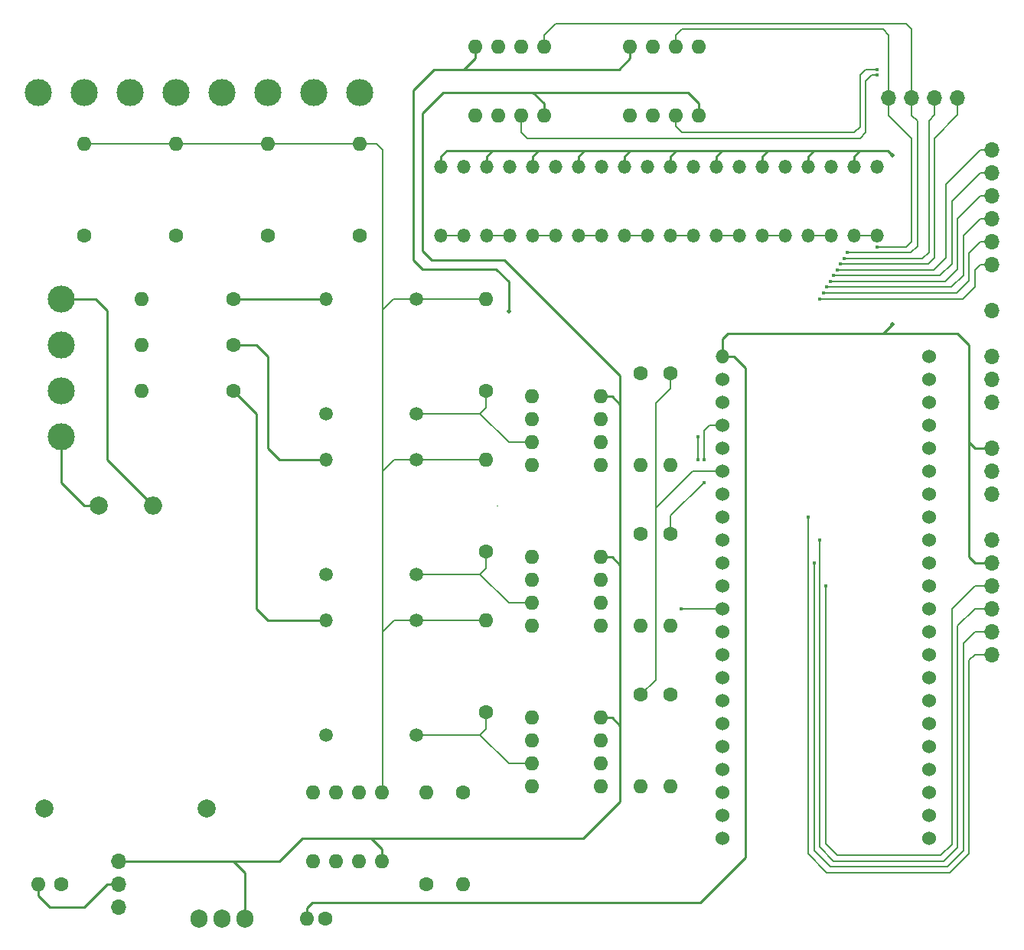
<source format=gbr>
%TF.GenerationSoftware,KiCad,Pcbnew,7.0.10*%
%TF.CreationDate,2024-05-04T07:59:40-03:00*%
%TF.ProjectId,board,626f6172-642e-46b6-9963-61645f706362,1.4*%
%TF.SameCoordinates,Original*%
%TF.FileFunction,Copper,L2,Bot*%
%TF.FilePolarity,Positive*%
%FSLAX46Y46*%
G04 Gerber Fmt 4.6, Leading zero omitted, Abs format (unit mm)*
G04 Created by KiCad (PCBNEW 7.0.10) date 2024-05-04 07:59:40*
%MOMM*%
%LPD*%
G01*
G04 APERTURE LIST*
%TA.AperFunction,ComponentPad*%
%ADD10O,1.500000X1.500000*%
%TD*%
%TA.AperFunction,ComponentPad*%
%ADD11C,1.600000*%
%TD*%
%TA.AperFunction,ComponentPad*%
%ADD12O,1.600000X1.600000*%
%TD*%
%TA.AperFunction,ComponentPad*%
%ADD13O,1.700000X1.700000*%
%TD*%
%TA.AperFunction,ComponentPad*%
%ADD14O,2.000000X2.000000*%
%TD*%
%TA.AperFunction,ComponentPad*%
%ADD15C,2.000000*%
%TD*%
%TA.AperFunction,ComponentPad*%
%ADD16O,1.530000X1.530000*%
%TD*%
%TA.AperFunction,ComponentPad*%
%ADD17C,1.530000*%
%TD*%
%TA.AperFunction,ComponentPad*%
%ADD18O,3.000000X3.000000*%
%TD*%
%TA.AperFunction,ComponentPad*%
%ADD19C,3.000000*%
%TD*%
%TA.AperFunction,ComponentPad*%
%ADD20O,1.508000X1.508000*%
%TD*%
%TA.AperFunction,ComponentPad*%
%ADD21C,1.508000*%
%TD*%
%TA.AperFunction,ComponentPad*%
%ADD22O,1.905000X2.000000*%
%TD*%
%TA.AperFunction,ViaPad*%
%ADD23C,0.400000*%
%TD*%
%TA.AperFunction,ViaPad*%
%ADD24C,0.500000*%
%TD*%
%TA.AperFunction,Conductor*%
%ADD25C,0.250000*%
%TD*%
%TA.AperFunction,Conductor*%
%ADD26C,0.200000*%
%TD*%
G04 APERTURE END LIST*
D10*
%TO.P,DZ17,1,K*%
%TO.N,GND*%
X149352000Y-52695000D03*
%TO.P,DZ17,2,A*%
%TO.N,Treated Wave B*%
X149352000Y-60315000D03*
%TD*%
%TO.P,DZ14,1,K*%
%TO.N,Treated Wave CA*%
X156972000Y-60320000D03*
%TO.P,DZ14,2,A*%
%TO.N,Vcc*%
X156972000Y-52700000D03*
%TD*%
D11*
%TO.P,R9,1*%
%TO.N,Treated Wave A*%
X163830000Y-75565000D03*
D12*
%TO.P,R9,2*%
%TO.N,Net-(U2B-+)*%
X163830000Y-85725000D03*
%TD*%
D10*
%TO.P,DZ2,1,K*%
%TO.N,Current A*%
X187452000Y-60320000D03*
%TO.P,DZ2,2,A*%
%TO.N,Vcc*%
X187452000Y-52700000D03*
%TD*%
D13*
%TO.P,SW2,1,A*%
%TO.N,Vcc*%
X202692000Y-83820000D03*
%TO.P,SW2,2,B*%
%TO.N,System Type*%
X202692000Y-86360000D03*
%TO.P,SW2,3,C*%
%TO.N,GND*%
X202692000Y-88900000D03*
%TD*%
D11*
%TO.P,R7,1*%
%TO.N,Wave B*%
X146685000Y-95250000D03*
D12*
%TO.P,R7,2*%
%TO.N,TC A-2*%
X146685000Y-85090000D03*
%TD*%
%TO.P,U4,1*%
%TO.N,Treated Wave C*%
X151775000Y-113675000D03*
%TO.P,U4,2,-*%
X151775000Y-116215000D03*
%TO.P,U4,3,+*%
%TO.N,Wave C*%
X151775000Y-118755000D03*
%TO.P,U4,4,V-*%
%TO.N,GND*%
X151775000Y-121295000D03*
%TO.P,U4,5,+*%
%TO.N,Net-(U4B-+)*%
X159395000Y-121295000D03*
%TO.P,U4,6,-*%
%TO.N,Treated Wave BC*%
X159395000Y-118755000D03*
%TO.P,U4,7*%
X159395000Y-116215000D03*
%TO.P,U4,8,V+*%
%TO.N,Vin*%
X159395000Y-113675000D03*
%TD*%
D14*
%TO.P,PS1,1,AC/L*%
%TO.N,Line A*%
X109855000Y-90170000D03*
D15*
%TO.P,PS1,2,AC/N*%
%TO.N,Neutral*%
X103855000Y-90170000D03*
%TO.P,PS1,3,-Vout*%
%TO.N,GND*%
X115855000Y-123770000D03*
%TO.P,PS1,4,+Vout*%
%TO.N,Power*%
X97855000Y-123770000D03*
%TD*%
D11*
%TO.P,R15,1*%
%TO.N,TC B-1*%
X122555000Y-60325000D03*
D12*
%TO.P,R15,2*%
%TO.N,TC A-2*%
X122555000Y-50165000D03*
%TD*%
D11*
%TO.P,R16,1*%
%TO.N,TC C-1*%
X112395000Y-60325000D03*
D12*
%TO.P,R16,2*%
%TO.N,TC A-2*%
X112395000Y-50165000D03*
%TD*%
D16*
%TO.P,MCU1,J1_1,3V3*%
%TO.N,Vcc*%
X172847000Y-73660000D03*
D17*
%TO.P,MCU1,J1_2,3V3__1*%
%TO.N,unconnected-(MCU1-3V3__1-PadJ1_2)*%
X172847000Y-76200000D03*
%TO.P,MCU1,J1_3,RST*%
%TO.N,unconnected-(MCU1-RST-PadJ1_3)*%
X172847000Y-78740000D03*
%TO.P,MCU1,J1_4,GPIO4*%
%TO.N,Treated Wave A*%
X172847000Y-81280000D03*
%TO.P,MCU1,J1_5,GPIO5*%
%TO.N,Treated Wave B*%
X172847000Y-83820000D03*
%TO.P,MCU1,J1_6,GPIO6*%
%TO.N,Treated Wave C*%
X172847000Y-86360000D03*
%TO.P,MCU1,J1_7,GPIO7*%
%TO.N,Treated Wave CA*%
X172847000Y-88900000D03*
%TO.P,MCU1,J1_8,GPIO15*%
%TO.N,CS*%
X172847000Y-91440000D03*
%TO.P,MCU1,J1_9,GPIO16*%
%TO.N,MOSI*%
X172847000Y-93980000D03*
%TO.P,MCU1,J1_10,GPIO17*%
%TO.N,SCK*%
X172847000Y-96520000D03*
%TO.P,MCU1,J1_11,GPIO18*%
%TO.N,MISO*%
X172847000Y-99060000D03*
%TO.P,MCU1,J1_12,GPIO8*%
%TO.N,Treated Wave AB*%
X172847000Y-101600000D03*
%TO.P,MCU1,J1_13,GPIO3*%
%TO.N,unconnected-(MCU1-GPIO3-PadJ1_13)*%
X172847000Y-104140000D03*
%TO.P,MCU1,J1_14,GPIO46*%
%TO.N,unconnected-(MCU1-GPIO46-PadJ1_14)*%
X172847000Y-106680000D03*
%TO.P,MCU1,J1_15,GPIO9*%
%TO.N,Treated Wave BC*%
X172847000Y-109220000D03*
%TO.P,MCU1,J1_16,GPIO10*%
%TO.N,unconnected-(MCU1-GPIO10-PadJ1_16)*%
X172847000Y-111760000D03*
%TO.P,MCU1,J1_17,GPIO11*%
%TO.N,Current N*%
X172847000Y-114300000D03*
%TO.P,MCU1,J1_18,GPIO12*%
%TO.N,Current C*%
X172847000Y-116840000D03*
%TO.P,MCU1,J1_19,GPIO13*%
%TO.N,Current B*%
X172847000Y-119380000D03*
%TO.P,MCU1,J1_20,GPIO14*%
%TO.N,Current A*%
X172847000Y-121920000D03*
%TO.P,MCU1,J1_21,5V0*%
%TO.N,unconnected-(MCU1-5V0-PadJ1_21)*%
X172847000Y-124460000D03*
%TO.P,MCU1,J1_22,GND*%
%TO.N,GND*%
X172847000Y-127000000D03*
%TO.P,MCU1,J3_1,GND__1*%
X195707000Y-73660000D03*
%TO.P,MCU1,J3_2,U0TXD/GPIO43*%
%TO.N,UART TX*%
X195707000Y-76200000D03*
%TO.P,MCU1,J3_3,U0RXD/GPIO44*%
%TO.N,UART RX*%
X195707000Y-78740000D03*
%TO.P,MCU1,J3_4,GPIO1*%
%TO.N,System Type*%
X195707000Y-81280000D03*
%TO.P,MCU1,J3_5,GPIO2*%
%TO.N,unconnected-(MCU1-GPIO2-PadJ3_5)*%
X195707000Y-83820000D03*
%TO.P,MCU1,J3_6,MTMS/GPIO42*%
%TO.N,unconnected-(MCU1-MTMS{slash}GPIO42-PadJ3_6)*%
X195707000Y-86360000D03*
%TO.P,MCU1,J3_7,MTDI/GPIO41*%
%TO.N,unconnected-(MCU1-MTDI{slash}GPIO41-PadJ3_7)*%
X195707000Y-88900000D03*
%TO.P,MCU1,J3_8,MTDO/GPIO40*%
%TO.N,unconnected-(MCU1-MTDO{slash}GPIO40-PadJ3_8)*%
X195707000Y-91440000D03*
%TO.P,MCU1,J3_9,MTCK/GPIO39*%
%TO.N,unconnected-(MCU1-MTCK{slash}GPIO39-PadJ3_9)*%
X195707000Y-93980000D03*
%TO.P,MCU1,J3_10,GPIO38*%
%TO.N,unconnected-(MCU1-GPIO38-PadJ3_10)*%
X195707000Y-96520000D03*
%TO.P,MCU1,J3_11,GPIO37*%
%TO.N,unconnected-(MCU1-GPIO37-PadJ3_11)*%
X195707000Y-99060000D03*
%TO.P,MCU1,J3_12,GPIO36*%
%TO.N,unconnected-(MCU1-GPIO36-PadJ3_12)*%
X195707000Y-101600000D03*
%TO.P,MCU1,J3_13,GPIO35*%
%TO.N,unconnected-(MCU1-GPIO35-PadJ3_13)*%
X195707000Y-104140000D03*
%TO.P,MCU1,J3_14,GPIO0*%
%TO.N,unconnected-(MCU1-GPIO0-PadJ3_14)*%
X195707000Y-106680000D03*
%TO.P,MCU1,J3_15,GPIO45*%
%TO.N,unconnected-(MCU1-GPIO45-PadJ3_15)*%
X195707000Y-109220000D03*
%TO.P,MCU1,J3_16,GPIO48*%
%TO.N,unconnected-(MCU1-GPIO48-PadJ3_16)*%
X195707000Y-111760000D03*
%TO.P,MCU1,J3_17,GPIO47*%
%TO.N,unconnected-(MCU1-GPIO47-PadJ3_17)*%
X195707000Y-114300000D03*
%TO.P,MCU1,J3_18,GPIO21*%
%TO.N,unconnected-(MCU1-GPIO21-PadJ3_18)*%
X195707000Y-116840000D03*
%TO.P,MCU1,J3_19,USB_D+/GPIO20*%
%TO.N,unconnected-(MCU1-USB_D+{slash}GPIO20-PadJ3_19)*%
X195707000Y-119380000D03*
%TO.P,MCU1,J3_20,USB_D-/GPIO19*%
%TO.N,unconnected-(MCU1-USB_D-{slash}GPIO19-PadJ3_20)*%
X195707000Y-121920000D03*
%TO.P,MCU1,J3_21,GND__2*%
%TO.N,unconnected-(MCU1-GND__2-PadJ3_21)*%
X195707000Y-124460000D03*
%TO.P,MCU1,J3_22,GND__3*%
%TO.N,GND*%
X195707000Y-127000000D03*
%TD*%
D12*
%TO.P,U3,1*%
%TO.N,Treated Wave B*%
X151775000Y-95895000D03*
%TO.P,U3,2,-*%
X151775000Y-98435000D03*
%TO.P,U3,3,+*%
%TO.N,Wave B*%
X151775000Y-100975000D03*
%TO.P,U3,4,V-*%
%TO.N,GND*%
X151775000Y-103515000D03*
%TO.P,U3,5,+*%
%TO.N,Net-(U3B-+)*%
X159395000Y-103515000D03*
%TO.P,U3,6,-*%
%TO.N,Treated Wave AB*%
X159395000Y-100975000D03*
%TO.P,U3,7*%
X159395000Y-98435000D03*
%TO.P,U3,8,V+*%
%TO.N,Vin*%
X159395000Y-95895000D03*
%TD*%
D10*
%TO.P,DZ13,1,K*%
%TO.N,GND*%
X159512000Y-52695000D03*
%TO.P,DZ13,2,A*%
%TO.N,Treated Wave CA*%
X159512000Y-60315000D03*
%TD*%
D11*
%TO.P,R18,1*%
%TO.N,TC N-1*%
X102235000Y-60325000D03*
D12*
%TO.P,R18,2*%
%TO.N,TC A-2*%
X102235000Y-50165000D03*
%TD*%
D10*
%TO.P,DZ6,1,K*%
%TO.N,Current C*%
X177292000Y-60325000D03*
%TO.P,DZ6,2,A*%
%TO.N,Vcc*%
X177292000Y-52705000D03*
%TD*%
%TO.P,DZ18,1,K*%
%TO.N,Treated Wave B*%
X146812000Y-60325000D03*
%TO.P,DZ18,2,A*%
%TO.N,Vcc*%
X146812000Y-52705000D03*
%TD*%
%TO.P,DZ5,1,K*%
%TO.N,GND*%
X179832000Y-52695000D03*
%TO.P,DZ5,2,A*%
%TO.N,Current C*%
X179832000Y-60315000D03*
%TD*%
D18*
%TO.P,J6,1,Pin_1*%
%TO.N,TC A-2*%
X102235000Y-44450000D03*
D19*
%TO.P,J6,2,Pin_2*%
%TO.N,TC N-1*%
X97155000Y-44450000D03*
%TD*%
D13*
%TO.P,P1,1,Pin_1*%
%TO.N,UART RX*%
X202692000Y-78740000D03*
%TO.P,P1,2,Pin_2*%
%TO.N,UART TX*%
X202692000Y-76200000D03*
%TO.P,P1,3,Pin_3*%
%TO.N,GND*%
X202692000Y-73660000D03*
%TD*%
D11*
%TO.P,R1,1*%
%TO.N,Vcc*%
X140095000Y-132080000D03*
D12*
%TO.P,R1,2*%
%TO.N,Net-(U1A-+)*%
X140095000Y-121920000D03*
%TD*%
D20*
%TO.P,T1,1*%
%TO.N,Net-(R3-Pad1)*%
X128985000Y-67310000D03*
D21*
%TO.P,T1,2*%
%TO.N,Neutral*%
X128985000Y-80010000D03*
%TO.P,T1,3*%
%TO.N,Wave A*%
X138985000Y-80010000D03*
%TO.P,T1,4*%
%TO.N,TC A-2*%
X138985000Y-67310000D03*
%TD*%
D11*
%TO.P,R11,1*%
%TO.N,Treated Wave B*%
X163830000Y-93345000D03*
D12*
%TO.P,R11,2*%
%TO.N,Net-(U3B-+)*%
X163830000Y-103505000D03*
%TD*%
%TO.P,U1,1*%
%TO.N,TC A-2*%
X135245000Y-121930000D03*
%TO.P,U1,2,-*%
X132705000Y-121930000D03*
%TO.P,U1,3,+*%
%TO.N,Net-(U1A-+)*%
X130165000Y-121930000D03*
%TO.P,U1,4,V-*%
%TO.N,GND*%
X127625000Y-121930000D03*
%TO.P,U1,5*%
%TO.N,N/C*%
X127625000Y-129550000D03*
%TO.P,U1,6*%
X130165000Y-129550000D03*
%TO.P,U1,7*%
X132705000Y-129550000D03*
%TO.P,U1,8,V+*%
%TO.N,Vin*%
X135245000Y-129550000D03*
%TD*%
D10*
%TO.P,DZ11,1,K*%
%TO.N,GND*%
X164592000Y-52700000D03*
%TO.P,DZ11,2,A*%
%TO.N,Treated Wave AB*%
X164592000Y-60320000D03*
%TD*%
D13*
%TO.P,SW1,1,A*%
%TO.N,Vin*%
X106045000Y-129540000D03*
%TO.P,SW1,2,B*%
%TO.N,Power*%
X106045000Y-132080000D03*
%TO.P,SW1,3,C*%
%TO.N,unconnected-(SW1A-C-Pad3)*%
X106045000Y-134620000D03*
%TD*%
D11*
%TO.P,R13,1*%
%TO.N,Treated Wave C*%
X163830000Y-111125000D03*
D12*
%TO.P,R13,2*%
%TO.N,Net-(U4B-+)*%
X163830000Y-121285000D03*
%TD*%
D20*
%TO.P,T3,1*%
%TO.N,Net-(R5-Pad1)*%
X128985000Y-102870000D03*
D21*
%TO.P,T3,2*%
%TO.N,Neutral*%
X128985000Y-115570000D03*
%TO.P,T3,3*%
%TO.N,Wave C*%
X138985000Y-115570000D03*
%TO.P,T3,4*%
%TO.N,TC A-2*%
X138985000Y-102870000D03*
%TD*%
D11*
%TO.P,R6,1*%
%TO.N,Wave A*%
X146685000Y-77470000D03*
D12*
%TO.P,R6,2*%
%TO.N,TC A-2*%
X146685000Y-67310000D03*
%TD*%
D10*
%TO.P,DZ3,1,K*%
%TO.N,GND*%
X184912000Y-52700000D03*
%TO.P,DZ3,2,A*%
%TO.N,Current B*%
X184912000Y-60320000D03*
%TD*%
D11*
%TO.P,R10,1*%
%TO.N,Treated Wave C*%
X167132000Y-75565000D03*
D12*
%TO.P,R10,2*%
%TO.N,Net-(U2B-+)*%
X167132000Y-85725000D03*
%TD*%
D10*
%TO.P,DZ16,1,K*%
%TO.N,Treated Wave C*%
X151892000Y-60320000D03*
%TO.P,DZ16,2,A*%
%TO.N,Vcc*%
X151892000Y-52700000D03*
%TD*%
%TO.P,DZ15,1,K*%
%TO.N,GND*%
X154432000Y-52695000D03*
%TO.P,DZ15,2,A*%
%TO.N,Treated Wave C*%
X154432000Y-60315000D03*
%TD*%
D11*
%TO.P,R3,1*%
%TO.N,Net-(R3-Pad1)*%
X118745000Y-67310000D03*
D12*
%TO.P,R3,2*%
%TO.N,Line A*%
X108585000Y-67310000D03*
%TD*%
D11*
%TO.P,R12,1*%
%TO.N,Treated Wave A*%
X167132000Y-93345000D03*
D12*
%TO.P,R12,2*%
%TO.N,Net-(U3B-+)*%
X167132000Y-103505000D03*
%TD*%
D10*
%TO.P,DZ12,1,K*%
%TO.N,Treated Wave AB*%
X162052000Y-60325000D03*
%TO.P,DZ12,2,A*%
%TO.N,Vcc*%
X162052000Y-52705000D03*
%TD*%
D12*
%TO.P,C2,1*%
%TO.N,Vcc*%
X126905000Y-135890000D03*
D11*
%TO.P,C2,2*%
%TO.N,GND*%
X128905000Y-135890000D03*
%TD*%
D18*
%TO.P,J3,1,Pin_1*%
%TO.N,TC A-2*%
X132715000Y-44450000D03*
D19*
%TO.P,J3,2,Pin_2*%
%TO.N,TC A-1*%
X127635000Y-44450000D03*
%TD*%
D11*
%TO.P,R14,1*%
%TO.N,Treated Wave B*%
X167132000Y-111125000D03*
D12*
%TO.P,R14,2*%
%TO.N,Net-(U4B-+)*%
X167132000Y-121285000D03*
%TD*%
D18*
%TO.P,J1,1,Pin_1*%
%TO.N,Line A*%
X99695000Y-67310000D03*
D19*
%TO.P,J1,2,Pin_2*%
%TO.N,Line B*%
X99695000Y-72390000D03*
%TD*%
D13*
%TO.P,P4,1,Pin_1*%
%TO.N,Treated Wave A*%
X202692000Y-63500000D03*
%TO.P,P4,2,Pin_2*%
%TO.N,Treated Wave B*%
X202692000Y-60960000D03*
%TO.P,P4,3,Pin_3*%
%TO.N,Treated Wave C*%
X202692000Y-58420000D03*
%TO.P,P4,4,Pin_4*%
%TO.N,Treated Wave CA*%
X202692000Y-55880000D03*
%TO.P,P4,5,Pin_5*%
%TO.N,Treated Wave AB*%
X202692000Y-53340000D03*
%TO.P,P4,6,Pin_6*%
%TO.N,Treated Wave BC*%
X202692000Y-50800000D03*
%TD*%
D10*
%TO.P,DZ9,1,K*%
%TO.N,GND*%
X169672000Y-52695000D03*
%TO.P,DZ9,2,A*%
%TO.N,Treated Wave BC*%
X169672000Y-60315000D03*
%TD*%
%TO.P,DZ7,1,K*%
%TO.N,GND*%
X174752000Y-52700000D03*
%TO.P,DZ7,2,A*%
%TO.N,Current N*%
X174752000Y-60320000D03*
%TD*%
D20*
%TO.P,T2,1*%
%TO.N,Net-(R4-Pad1)*%
X128985000Y-85090000D03*
D21*
%TO.P,T2,2*%
%TO.N,Neutral*%
X128985000Y-97790000D03*
%TO.P,T2,3*%
%TO.N,Wave B*%
X138985000Y-97790000D03*
%TO.P,T2,4*%
%TO.N,TC A-2*%
X138985000Y-85090000D03*
%TD*%
D18*
%TO.P,J5,1,Pin_1*%
%TO.N,TC A-2*%
X112395000Y-44450000D03*
D19*
%TO.P,J5,2,Pin_2*%
%TO.N,TC C-1*%
X107315000Y-44450000D03*
%TD*%
D10*
%TO.P,DZ20,1,K*%
%TO.N,Treated Wave A*%
X141732000Y-60320000D03*
%TO.P,DZ20,2,A*%
%TO.N,Vcc*%
X141732000Y-52700000D03*
%TD*%
D13*
%TO.P,P5,1,Pin_1*%
%TO.N,GND*%
X202692000Y-93980000D03*
%TO.P,P5,2,Pin_2*%
%TO.N,Vcc*%
X202692000Y-96520000D03*
%TO.P,P5,3,Pin_3*%
%TO.N,MISO*%
X202692000Y-99060000D03*
%TO.P,P5,4,Pin_4*%
%TO.N,MOSI*%
X202692000Y-101600000D03*
%TO.P,P5,5,Pin_5*%
%TO.N,SCK*%
X202692000Y-104140000D03*
%TO.P,P5,6,Pin_6*%
%TO.N,CS*%
X202692000Y-106680000D03*
%TD*%
D10*
%TO.P,DZ4,1,K*%
%TO.N,Current B*%
X182372000Y-60325000D03*
%TO.P,DZ4,2,A*%
%TO.N,Vcc*%
X182372000Y-52705000D03*
%TD*%
D11*
%TO.P,R17,1*%
%TO.N,TC A-1*%
X132715000Y-60325000D03*
D12*
%TO.P,R17,2*%
%TO.N,TC A-2*%
X132715000Y-50165000D03*
%TD*%
D13*
%TO.P,P3,1,Pin_1*%
%TO.N,Current A*%
X191272000Y-45085000D03*
%TO.P,P3,2,Pin_2*%
%TO.N,Current B*%
X193812000Y-45085000D03*
%TO.P,P3,3,Pin_3*%
%TO.N,Current C*%
X196352000Y-45085000D03*
%TO.P,P3,4,Pin_4*%
%TO.N,Current N*%
X198892000Y-45085000D03*
%TD*%
D10*
%TO.P,DZ1,1,K*%
%TO.N,GND*%
X189992000Y-52700000D03*
%TO.P,DZ1,2,A*%
%TO.N,Current A*%
X189992000Y-60320000D03*
%TD*%
D12*
%TO.P,U6,1*%
%TO.N,Current A*%
X170297000Y-39380000D03*
%TO.P,U6,2,-*%
X167757000Y-39380000D03*
%TO.P,U6,3,+*%
%TO.N,TC A-1*%
X165217000Y-39380000D03*
%TO.P,U6,4,V-*%
%TO.N,GND*%
X162677000Y-39380000D03*
%TO.P,U6,5,+*%
%TO.N,TC N-1*%
X162677000Y-47000000D03*
%TO.P,U6,6,-*%
%TO.N,Current N*%
X165217000Y-47000000D03*
%TO.P,U6,7*%
X167757000Y-47000000D03*
%TO.P,U6,8,V+*%
%TO.N,Vin*%
X170297000Y-47000000D03*
%TD*%
%TO.P,C1,1*%
%TO.N,Power*%
X97195000Y-132080000D03*
D11*
%TO.P,C1,2*%
%TO.N,GND*%
X99695000Y-132080000D03*
%TD*%
%TO.P,R8,1*%
%TO.N,Wave C*%
X146685000Y-113030000D03*
D12*
%TO.P,R8,2*%
%TO.N,TC A-2*%
X146685000Y-102870000D03*
%TD*%
D18*
%TO.P,J2,1,Pin_1*%
%TO.N,Line C*%
X99695000Y-77470000D03*
D19*
%TO.P,J2,2,Pin_2*%
%TO.N,Neutral*%
X99695000Y-82550000D03*
%TD*%
D13*
%TO.P,P2,1,Pin_1*%
%TO.N,TC A-2*%
X202692000Y-68580000D03*
%TD*%
D22*
%TO.P,PS2,1,GND*%
%TO.N,GND*%
X114935000Y-135890000D03*
%TO.P,PS2,2,VO*%
%TO.N,Vcc*%
X117475000Y-135890000D03*
%TO.P,PS2,3,VI*%
%TO.N,Vin*%
X120015000Y-135890000D03*
%TD*%
D10*
%TO.P,DZ8,1,K*%
%TO.N,Current N*%
X172212000Y-60325000D03*
%TO.P,DZ8,2,A*%
%TO.N,Vcc*%
X172212000Y-52705000D03*
%TD*%
%TO.P,DZ10,1,K*%
%TO.N,Treated Wave BC*%
X167132000Y-60325000D03*
%TO.P,DZ10,2,A*%
%TO.N,Vcc*%
X167132000Y-52705000D03*
%TD*%
D11*
%TO.P,R4,1*%
%TO.N,Net-(R4-Pad1)*%
X118745000Y-72390000D03*
D12*
%TO.P,R4,2*%
%TO.N,Line B*%
X108585000Y-72390000D03*
%TD*%
D11*
%TO.P,R5,1*%
%TO.N,Net-(R5-Pad1)*%
X118745000Y-77470000D03*
D12*
%TO.P,R5,2*%
%TO.N,Line C*%
X108585000Y-77470000D03*
%TD*%
%TO.P,U2,1*%
%TO.N,Treated Wave A*%
X151765000Y-78105000D03*
%TO.P,U2,2,-*%
X151765000Y-80645000D03*
%TO.P,U2,3,+*%
%TO.N,Wave A*%
X151765000Y-83185000D03*
%TO.P,U2,4,V-*%
%TO.N,GND*%
X151765000Y-85725000D03*
%TO.P,U2,5,+*%
%TO.N,Net-(U2B-+)*%
X159385000Y-85725000D03*
%TO.P,U2,6,-*%
%TO.N,Treated Wave CA*%
X159385000Y-83185000D03*
%TO.P,U2,7*%
X159385000Y-80645000D03*
%TO.P,U2,8,V+*%
%TO.N,Vin*%
X159385000Y-78105000D03*
%TD*%
D11*
%TO.P,R2,1*%
%TO.N,Net-(U1A-+)*%
X144145000Y-121920000D03*
D12*
%TO.P,R2,2*%
%TO.N,GND*%
X144145000Y-132080000D03*
%TD*%
D18*
%TO.P,J4,1,Pin_1*%
%TO.N,TC A-2*%
X122555000Y-44450000D03*
D19*
%TO.P,J4,2,Pin_2*%
%TO.N,TC B-1*%
X117475000Y-44450000D03*
%TD*%
D12*
%TO.P,U5,1*%
%TO.N,Current B*%
X153152000Y-39380000D03*
%TO.P,U5,2,-*%
X150612000Y-39380000D03*
%TO.P,U5,3,+*%
%TO.N,TC B-1*%
X148072000Y-39380000D03*
%TO.P,U5,4,V-*%
%TO.N,GND*%
X145532000Y-39380000D03*
%TO.P,U5,5,+*%
%TO.N,TC C-1*%
X145532000Y-47000000D03*
%TO.P,U5,6,-*%
%TO.N,Current C*%
X148072000Y-47000000D03*
%TO.P,U5,7*%
X150612000Y-47000000D03*
%TO.P,U5,8,V+*%
%TO.N,Vin*%
X153152000Y-47000000D03*
%TD*%
D10*
%TO.P,DZ19,1,K*%
%TO.N,GND*%
X144272000Y-52695000D03*
%TO.P,DZ19,2,A*%
%TO.N,Treated Wave A*%
X144272000Y-60315000D03*
%TD*%
D23*
%TO.N,Treated Wave A*%
X170815000Y-85090000D03*
X183647000Y-67305000D03*
X170815000Y-87630000D03*
%TO.N,Treated Wave B*%
X184023000Y-66665000D03*
%TO.N,Treated Wave C*%
X184404000Y-66030000D03*
%TO.N,Treated Wave CA*%
X184785000Y-65395000D03*
X170180000Y-82550000D03*
X170180000Y-85090000D03*
%TO.N,Treated Wave AB*%
X168275000Y-101600000D03*
X185166000Y-64760000D03*
%TO.N,Treated Wave BC*%
X185547000Y-64125000D03*
D24*
%TO.N,Vcc*%
X191643000Y-70104000D03*
X191643000Y-51425000D03*
%TO.N,GND*%
X149225000Y-68707000D03*
D23*
%TO.N,Current A*%
X189992000Y-61595000D03*
%TO.N,Current B*%
X186690000Y-62220000D03*
%TO.N,Current C*%
X189992000Y-42545000D03*
X186309000Y-62855000D03*
%TO.N,Current N*%
X189992000Y-41910000D03*
X185928000Y-63490000D03*
%TO.N,CS*%
X182372000Y-91440000D03*
%TO.N,MOSI*%
X183642000Y-93980000D03*
%TO.N,SCK*%
X183007000Y-96520000D03*
%TO.N,MISO*%
X184277000Y-99060000D03*
%TD*%
D25*
%TO.N,Vin*%
X141986000Y-44450000D02*
X151892000Y-44450000D01*
X140716000Y-62992000D02*
X139700000Y-61976000D01*
X161544000Y-75819000D02*
X148717000Y-62992000D01*
X148717000Y-62992000D02*
X140716000Y-62992000D01*
X139700000Y-46736000D02*
X141986000Y-44450000D01*
X161544000Y-96774000D02*
X161544000Y-75819000D01*
X139700000Y-61976000D02*
X139700000Y-46736000D01*
X160655000Y-78105000D02*
X159385000Y-78105000D01*
X161544000Y-78994000D02*
X160655000Y-78105000D01*
X161544000Y-122936000D02*
X161544000Y-96774000D01*
X157480000Y-127000000D02*
X161544000Y-122936000D01*
X133985000Y-127000000D02*
X157480000Y-127000000D01*
X160665000Y-95895000D02*
X159395000Y-95895000D01*
X161544000Y-96774000D02*
X160665000Y-95895000D01*
X160660000Y-113675000D02*
X159395000Y-113675000D01*
X161539000Y-114554000D02*
X160660000Y-113675000D01*
%TO.N,Vcc*%
X126905000Y-134715000D02*
X126905000Y-135890000D01*
X127508000Y-134112000D02*
X126905000Y-134715000D01*
X170434000Y-134112000D02*
X127508000Y-134112000D01*
D26*
%TO.N,Treated Wave A*%
X201422000Y-63500000D02*
X202692000Y-63500000D01*
X141032000Y-60320000D02*
X143572000Y-60320000D01*
X170815000Y-81915000D02*
X170815000Y-85090000D01*
X200787000Y-64135000D02*
X201422000Y-63500000D01*
X183647000Y-67305000D02*
X199452685Y-67305000D01*
X172847000Y-81280000D02*
X171450000Y-81280000D01*
X167132000Y-91313000D02*
X167132000Y-93345000D01*
X171450000Y-81280000D02*
X170815000Y-81915000D01*
X199452685Y-67305000D02*
X200787000Y-65970685D01*
X200787000Y-65970685D02*
X200787000Y-64135000D01*
X170815000Y-87630000D02*
X167132000Y-91313000D01*
%TO.N,Treated Wave B*%
X198822685Y-66665000D02*
X200152000Y-65335685D01*
X146112000Y-60320000D02*
X148647000Y-60320000D01*
X148647000Y-60320000D02*
X148652000Y-60325000D01*
X200152000Y-62225000D02*
X201417000Y-60960000D01*
X201417000Y-60960000D02*
X202692000Y-60960000D01*
X184023000Y-66665000D02*
X198822685Y-66665000D01*
X200152000Y-65335685D02*
X200152000Y-62225000D01*
%TO.N,Treated Wave C*%
X165481000Y-81661000D02*
X165481000Y-109474000D01*
X169545000Y-86360000D02*
X165481000Y-90424000D01*
X165481000Y-78867000D02*
X165481000Y-81661000D01*
X153722000Y-60315000D02*
X153732000Y-60325000D01*
X199517000Y-60325000D02*
X201422000Y-58420000D01*
X199517000Y-64700685D02*
X199517000Y-60325000D01*
X165481000Y-109474000D02*
X163830000Y-111125000D01*
X198187685Y-66030000D02*
X199517000Y-64700685D01*
X172847000Y-86360000D02*
X169545000Y-86360000D01*
X184404000Y-66030000D02*
X198187685Y-66030000D01*
X167132000Y-77216000D02*
X165481000Y-78867000D01*
X167132000Y-75565000D02*
X167132000Y-77216000D01*
X201422000Y-58420000D02*
X202692000Y-58420000D01*
X151192000Y-60315000D02*
X153722000Y-60315000D01*
%TO.N,Treated Wave CA*%
X184785000Y-65395000D02*
X197552685Y-65395000D01*
X198882000Y-58420000D02*
X201422000Y-55880000D01*
X201422000Y-55880000D02*
X202692000Y-55880000D01*
X197552685Y-65395000D02*
X198882000Y-64065685D01*
X156272000Y-60320000D02*
X158807000Y-60320000D01*
X198882000Y-64065685D02*
X198882000Y-58420000D01*
X158807000Y-60320000D02*
X158812000Y-60325000D01*
X170180000Y-82550000D02*
X170180000Y-85090000D01*
%TO.N,Treated Wave AB*%
X185166000Y-64760000D02*
X196917685Y-64760000D01*
X196917685Y-64760000D02*
X198247000Y-63430685D01*
X163882000Y-60315000D02*
X163892000Y-60325000D01*
X161352000Y-60315000D02*
X163882000Y-60315000D01*
X198247000Y-63430685D02*
X198247000Y-56515000D01*
X201422000Y-53340000D02*
X202692000Y-53340000D01*
X198247000Y-56515000D02*
X201422000Y-53340000D01*
X168275000Y-101600000D02*
X172847000Y-101600000D01*
%TO.N,Treated Wave BC*%
X201422000Y-50800000D02*
X202692000Y-50800000D01*
X166432000Y-60320000D02*
X168967000Y-60320000D01*
X185547000Y-64125000D02*
X196282685Y-64125000D01*
X196282685Y-64125000D02*
X197612000Y-62795685D01*
X197612000Y-54610000D02*
X201422000Y-50800000D01*
X197612000Y-62795685D02*
X197612000Y-54610000D01*
X170237000Y-60320000D02*
X170242000Y-60325000D01*
D25*
%TO.N,Line A*%
X104775000Y-85090000D02*
X104775000Y-68580000D01*
X103505000Y-67310000D02*
X99695000Y-67310000D01*
X109855000Y-90170000D02*
X104775000Y-85090000D01*
X104775000Y-68580000D02*
X103505000Y-67310000D01*
%TO.N,Neutral*%
X99695000Y-82550000D02*
X99695000Y-87630000D01*
X99695000Y-87630000D02*
X102235000Y-90170000D01*
X102235000Y-90170000D02*
X103855000Y-90170000D01*
%TO.N,Net-(R3-Pad1)*%
X118745000Y-67310000D02*
X128985000Y-67310000D01*
%TO.N,Net-(R4-Pad1)*%
X122555000Y-73660000D02*
X122555000Y-83820000D01*
X121285000Y-72390000D02*
X122555000Y-73660000D01*
X123825000Y-85090000D02*
X128985000Y-85090000D01*
X122555000Y-83820000D02*
X123825000Y-85090000D01*
X118745000Y-72390000D02*
X121285000Y-72390000D01*
%TO.N,Net-(R5-Pad1)*%
X118745000Y-77470000D02*
X121285000Y-80010000D01*
X121285000Y-101600000D02*
X122555000Y-102870000D01*
X121285000Y-80010000D02*
X121285000Y-101600000D01*
X122555000Y-102870000D02*
X128985000Y-102870000D01*
%TO.N,Vcc*%
X190627000Y-71120000D02*
X191643000Y-70104000D01*
X187452000Y-51552000D02*
X188087000Y-50917000D01*
X177927000Y-50917000D02*
X172847000Y-50917000D01*
X200787000Y-96520000D02*
X202692000Y-96520000D01*
X174117000Y-73660000D02*
X175387000Y-74930000D01*
X177292000Y-52705000D02*
X177292000Y-51552000D01*
X172847000Y-71755000D02*
X173482000Y-71120000D01*
X151892000Y-52700000D02*
X151892000Y-51552000D01*
X156972000Y-51552000D02*
X157607000Y-50917000D01*
X198882000Y-71120000D02*
X200152000Y-72390000D01*
X187452000Y-52700000D02*
X187452000Y-51552000D01*
X200152000Y-72390000D02*
X200152000Y-95885000D01*
X173482000Y-71120000D02*
X190627000Y-71120000D01*
X191643000Y-51425000D02*
X191135000Y-50917000D01*
X167132000Y-51552000D02*
X167767000Y-50917000D01*
X182372000Y-51552000D02*
X183007000Y-50917000D01*
X172212000Y-52705000D02*
X172212000Y-51552000D01*
X175387000Y-129159000D02*
X170434000Y-134112000D01*
X200152000Y-83185000D02*
X200787000Y-83820000D01*
X175387000Y-74930000D02*
X175387000Y-129159000D01*
X172847000Y-50917000D02*
X167767000Y-50917000D01*
X172847000Y-73660000D02*
X174117000Y-73660000D01*
X146812000Y-51552000D02*
X147447000Y-50917000D01*
X183007000Y-50917000D02*
X177927000Y-50917000D01*
X177292000Y-51552000D02*
X177927000Y-50917000D01*
X152527000Y-50917000D02*
X147447000Y-50917000D01*
X147447000Y-50917000D02*
X142367000Y-50917000D01*
X157607000Y-50917000D02*
X152527000Y-50917000D01*
X162052000Y-51552000D02*
X162687000Y-50917000D01*
X190627000Y-71120000D02*
X198882000Y-71120000D01*
X141732000Y-51552000D02*
X142367000Y-50917000D01*
X172212000Y-51552000D02*
X172847000Y-50917000D01*
X146812000Y-52705000D02*
X146812000Y-51552000D01*
X156972000Y-52700000D02*
X156972000Y-51552000D01*
X200152000Y-95885000D02*
X200787000Y-96520000D01*
X167132000Y-52705000D02*
X167132000Y-51552000D01*
X151892000Y-51552000D02*
X152527000Y-50917000D01*
X200787000Y-83820000D02*
X202692000Y-83820000D01*
X191135000Y-50917000D02*
X188087000Y-50917000D01*
X172847000Y-73660000D02*
X172847000Y-71755000D01*
X182372000Y-52705000D02*
X182372000Y-51552000D01*
X162052000Y-52705000D02*
X162052000Y-51552000D01*
X167767000Y-50917000D02*
X162687000Y-50917000D01*
X141732000Y-52700000D02*
X141732000Y-51552000D01*
X162687000Y-50917000D02*
X157607000Y-50917000D01*
X188087000Y-50917000D02*
X183007000Y-50917000D01*
%TO.N,GND*%
X138684000Y-44196000D02*
X138684000Y-62992000D01*
X144272000Y-41910000D02*
X140970000Y-41910000D01*
X162677000Y-40660000D02*
X162677000Y-39380000D01*
X149225000Y-65405000D02*
X149225000Y-68707000D01*
X140970000Y-41910000D02*
X138684000Y-44196000D01*
X161427000Y-41910000D02*
X162677000Y-40660000D01*
X147828000Y-64008000D02*
X149225000Y-65405000D01*
X144272000Y-41910000D02*
X161427000Y-41910000D01*
X145532000Y-40650000D02*
X145532000Y-39380000D01*
X139700000Y-64008000D02*
X147828000Y-64008000D01*
X144272000Y-41910000D02*
X145532000Y-40650000D01*
X138684000Y-62992000D02*
X139700000Y-64008000D01*
D26*
%TO.N,Current A*%
X189287000Y-60315000D02*
X189292000Y-60320000D01*
X191272000Y-38110000D02*
X191272000Y-45085000D01*
X189992000Y-61595000D02*
X193167000Y-61595000D01*
X190627000Y-37465000D02*
X191272000Y-38110000D01*
X167757000Y-38110000D02*
X168402000Y-37465000D01*
X193167000Y-61595000D02*
X193802000Y-60960000D01*
X186752000Y-60315000D02*
X189287000Y-60315000D01*
X168402000Y-37465000D02*
X190627000Y-37465000D01*
X167757000Y-39380000D02*
X167757000Y-38110000D01*
X193802000Y-49530000D02*
X191272000Y-47000000D01*
X191272000Y-47000000D02*
X191272000Y-45085000D01*
X193802000Y-60960000D02*
X193802000Y-49530000D01*
%TO.N,Current B*%
X193812000Y-45085000D02*
X193802000Y-45085000D01*
X193742685Y-62220000D02*
X194437000Y-61525685D01*
X186690000Y-62220000D02*
X193742685Y-62220000D01*
X154432000Y-36830000D02*
X193167000Y-36830000D01*
X194437000Y-61525685D02*
X194437000Y-47625000D01*
X153152000Y-39380000D02*
X153152000Y-38110000D01*
X193802000Y-46990000D02*
X193802000Y-45095000D01*
X193167000Y-36830000D02*
X193812000Y-37475000D01*
X193802000Y-45095000D02*
X193812000Y-45085000D01*
X194437000Y-47625000D02*
X193802000Y-46990000D01*
X193812000Y-37475000D02*
X193812000Y-45085000D01*
X153152000Y-38110000D02*
X154432000Y-36830000D01*
X181672000Y-60315000D02*
X184202000Y-60315000D01*
X184202000Y-60315000D02*
X184212000Y-60325000D01*
%TO.N,Current C*%
X189357000Y-42545000D02*
X189992000Y-42545000D01*
X195012685Y-62855000D02*
X195707000Y-62160685D01*
X195707000Y-47625000D02*
X196352000Y-46980000D01*
X186309000Y-62855000D02*
X195012685Y-62855000D01*
X188087000Y-49530000D02*
X188722000Y-48895000D01*
X151257000Y-49530000D02*
X188087000Y-49530000D01*
X176592000Y-60315000D02*
X179127000Y-60315000D01*
X188722000Y-43180000D02*
X189357000Y-42545000D01*
X188722000Y-48895000D02*
X188722000Y-43180000D01*
X195707000Y-62160685D02*
X195707000Y-47625000D01*
X150612000Y-48885000D02*
X151257000Y-49530000D01*
X179127000Y-60315000D02*
X179132000Y-60320000D01*
X196352000Y-46980000D02*
X196352000Y-45085000D01*
X150612000Y-47000000D02*
X150612000Y-48885000D01*
%TO.N,Current N*%
X185928000Y-63490000D02*
X195647685Y-63490000D01*
X188722000Y-41910000D02*
X189992000Y-41910000D01*
X196342000Y-62795685D02*
X196342000Y-49530000D01*
X187452000Y-48895000D02*
X188087000Y-48260000D01*
X171512000Y-60315000D02*
X174047000Y-60315000D01*
X188087000Y-48260000D02*
X188087000Y-42545000D01*
X167757000Y-47000000D02*
X167757000Y-48250000D01*
X167757000Y-48250000D02*
X168402000Y-48895000D01*
X195647685Y-63490000D02*
X196342000Y-62795685D01*
X196342000Y-49530000D02*
X198892000Y-46980000D01*
X188087000Y-42545000D02*
X188722000Y-41910000D01*
X174047000Y-60315000D02*
X174052000Y-60320000D01*
X198892000Y-46980000D02*
X198892000Y-45085000D01*
X168402000Y-48895000D02*
X187452000Y-48895000D01*
%TO.N,TC A-2*%
X135255000Y-121920000D02*
X135255000Y-68540000D01*
X122555000Y-50165000D02*
X132715000Y-50165000D01*
X146685000Y-102870000D02*
X138985000Y-102870000D01*
X138985000Y-102870000D02*
X136525000Y-102870000D01*
X146685000Y-67310000D02*
X138985000Y-67310000D01*
X102235000Y-50165000D02*
X112395000Y-50165000D01*
X135255000Y-68540000D02*
X136485000Y-67310000D01*
X135255000Y-68540000D02*
X135255000Y-50800000D01*
X138985000Y-85090000D02*
X136525000Y-85090000D01*
X112395000Y-50165000D02*
X122555000Y-50165000D01*
X134620000Y-50165000D02*
X132715000Y-50165000D01*
X135255000Y-50800000D02*
X134620000Y-50165000D01*
X136525000Y-85090000D02*
X135255000Y-86360000D01*
X135245000Y-121930000D02*
X135255000Y-121920000D01*
X138985000Y-85090000D02*
X146685000Y-85090000D01*
X136485000Y-67310000D02*
X138985000Y-67310000D01*
X136525000Y-102870000D02*
X135255000Y-104140000D01*
D25*
%TO.N,Power*%
X102235000Y-134620000D02*
X104775000Y-132080000D01*
X97195000Y-133390000D02*
X98425000Y-134620000D01*
X104775000Y-132080000D02*
X106045000Y-132080000D01*
X97195000Y-132080000D02*
X97195000Y-133390000D01*
X98425000Y-134620000D02*
X102235000Y-134620000D01*
D26*
%TO.N,Wave A*%
X146050000Y-80010000D02*
X138985000Y-80010000D01*
X149225000Y-83185000D02*
X146050000Y-80010000D01*
X146685000Y-77470000D02*
X146685000Y-79375000D01*
X151765000Y-83185000D02*
X149225000Y-83185000D01*
X146685000Y-79375000D02*
X146050000Y-80010000D01*
%TO.N,Wave B*%
X147955000Y-90170000D02*
X147965000Y-90180000D01*
X151775000Y-100975000D02*
X149235000Y-100975000D01*
X146685000Y-95250000D02*
X146685000Y-97155000D01*
X146050000Y-97790000D02*
X138985000Y-97790000D01*
X146685000Y-97155000D02*
X146050000Y-97790000D01*
X149235000Y-100975000D02*
X146050000Y-97790000D01*
%TO.N,Wave C*%
X146685000Y-113030000D02*
X146685000Y-114935000D01*
X151765000Y-118745000D02*
X151775000Y-118755000D01*
X146685000Y-114935000D02*
X146050000Y-115570000D01*
X149235000Y-118755000D02*
X146050000Y-115570000D01*
X151775000Y-118755000D02*
X149235000Y-118755000D01*
X146050000Y-115570000D02*
X138985000Y-115570000D01*
%TO.N,CS*%
X198069200Y-130810000D02*
X184429400Y-130810000D01*
X182372000Y-128752600D02*
X182372000Y-91440000D01*
X202692000Y-106680000D02*
X200787000Y-106680000D01*
X200787000Y-106680000D02*
X200152000Y-107315000D01*
X200152000Y-107315000D02*
X200152000Y-128727200D01*
X184429400Y-130810000D02*
X182372000Y-128752600D01*
X200152000Y-128727200D02*
X198069200Y-130810000D01*
%TO.N,MOSI*%
X200787000Y-101600000D02*
X198882000Y-103505000D01*
X198882000Y-103505000D02*
X198882000Y-128016000D01*
X197358000Y-129540000D02*
X185191400Y-129540000D01*
X202692000Y-101600000D02*
X200787000Y-101600000D01*
X198882000Y-128016000D02*
X197358000Y-129540000D01*
X183642000Y-127990600D02*
X183642000Y-93980000D01*
X185191400Y-129540000D02*
X183642000Y-127990600D01*
%TO.N,SCK*%
X184810400Y-130175000D02*
X183007000Y-128371600D01*
X199517000Y-105410000D02*
X199517000Y-128397000D01*
X183007000Y-128371600D02*
X183007000Y-96520000D01*
X199517000Y-128397000D02*
X197739000Y-130175000D01*
X202692000Y-104140000D02*
X200787000Y-104140000D01*
X200787000Y-104140000D02*
X199517000Y-105410000D01*
X197739000Y-130175000D02*
X184810400Y-130175000D01*
%TO.N,MISO*%
X197027800Y-128905000D02*
X185547000Y-128905000D01*
X184277000Y-127635000D02*
X184277000Y-99060000D01*
X200787000Y-99060000D02*
X198247000Y-101600000D01*
X198247000Y-127685800D02*
X197027800Y-128905000D01*
X198247000Y-101600000D02*
X198247000Y-127685800D01*
X202692000Y-99060000D02*
X200787000Y-99060000D01*
X185547000Y-128905000D02*
X184277000Y-127635000D01*
D25*
%TO.N,Vin*%
X170297000Y-45710000D02*
X170297000Y-47000000D01*
X118745000Y-129540000D02*
X120015000Y-130810000D01*
X153152000Y-45710000D02*
X153152000Y-47000000D01*
X151892000Y-44450000D02*
X153152000Y-45710000D01*
X123825000Y-129540000D02*
X126365000Y-127000000D01*
X133985000Y-127000000D02*
X135245000Y-128260000D01*
X151892000Y-44450000D02*
X169037000Y-44450000D01*
X135245000Y-128260000D02*
X135245000Y-129550000D01*
X118745000Y-129540000D02*
X123825000Y-129540000D01*
X120015000Y-130810000D02*
X120015000Y-135890000D01*
X169037000Y-44450000D02*
X170297000Y-45710000D01*
X126365000Y-127000000D02*
X133985000Y-127000000D01*
X106045000Y-129540000D02*
X118745000Y-129540000D01*
%TD*%
M02*

</source>
